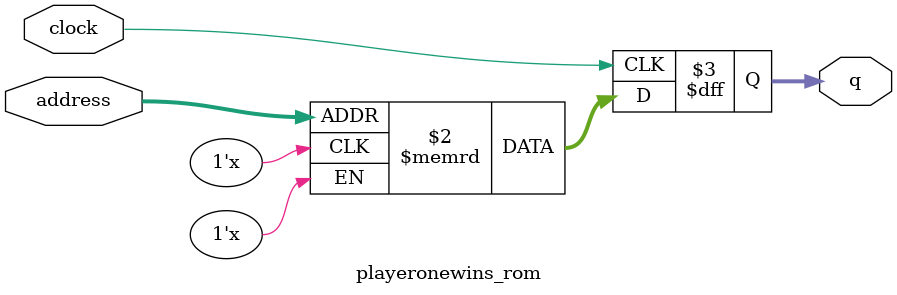
<source format=sv>
module playeronewins_rom (
	input logic clock,
	input logic [11:0] address,
	output logic [2:0] q
);

logic [2:0] memory [0:2087] /* synthesis ram_init_file = "./playeronewins/playeronewins.COE" */;

always_ff @ (posedge clock) begin
	q <= memory[address];
end

endmodule

</source>
